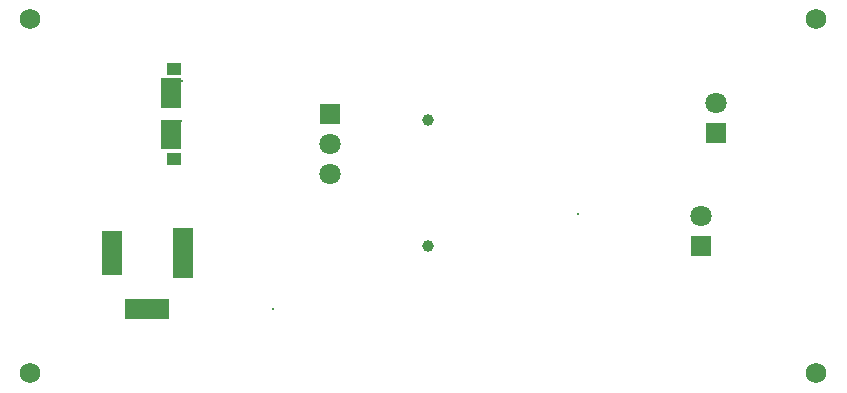
<source format=gbs>
G04*
G04 #@! TF.GenerationSoftware,Altium Limited,Altium Designer,19.1.6 (110)*
G04*
G04 Layer_Color=16711935*
%FSLAX25Y25*%
%MOIN*%
G70*
G01*
G75*
%ADD14R,0.06706X0.02178*%
%ADD26C,0.06800*%
%ADD27R,0.07099X0.07099*%
%ADD28C,0.07099*%
%ADD29R,0.14580X0.06706*%
%ADD30R,0.06706X0.14580*%
%ADD31R,0.06706X0.16548*%
%ADD32C,0.03950*%
%ADD33C,0.00900*%
%ADD55R,0.04737X0.04343*%
D14*
X51772Y102327D02*
D03*
Y100358D02*
D03*
Y98390D02*
D03*
Y96421D02*
D03*
Y94453D02*
D03*
Y88547D02*
D03*
Y86579D02*
D03*
Y84610D02*
D03*
Y82642D02*
D03*
Y80673D02*
D03*
D26*
X267000Y123000D02*
D03*
Y5000D02*
D03*
X5000D02*
D03*
Y123000D02*
D03*
D27*
X228400Y47530D02*
D03*
X104900Y91530D02*
D03*
X233400Y85030D02*
D03*
D28*
X228400Y57530D02*
D03*
X104900Y81530D02*
D03*
Y71530D02*
D03*
X233400Y95030D02*
D03*
D29*
X44000Y26526D02*
D03*
D30*
X32189Y45030D02*
D03*
D31*
X55811D02*
D03*
D32*
X137500Y47500D02*
D03*
Y89500D02*
D03*
D33*
X55700Y102327D02*
D03*
X85826Y26526D02*
D03*
X187411Y58089D02*
D03*
X55059Y89000D02*
D03*
D55*
X52756Y106559D02*
D03*
Y76441D02*
D03*
M02*

</source>
